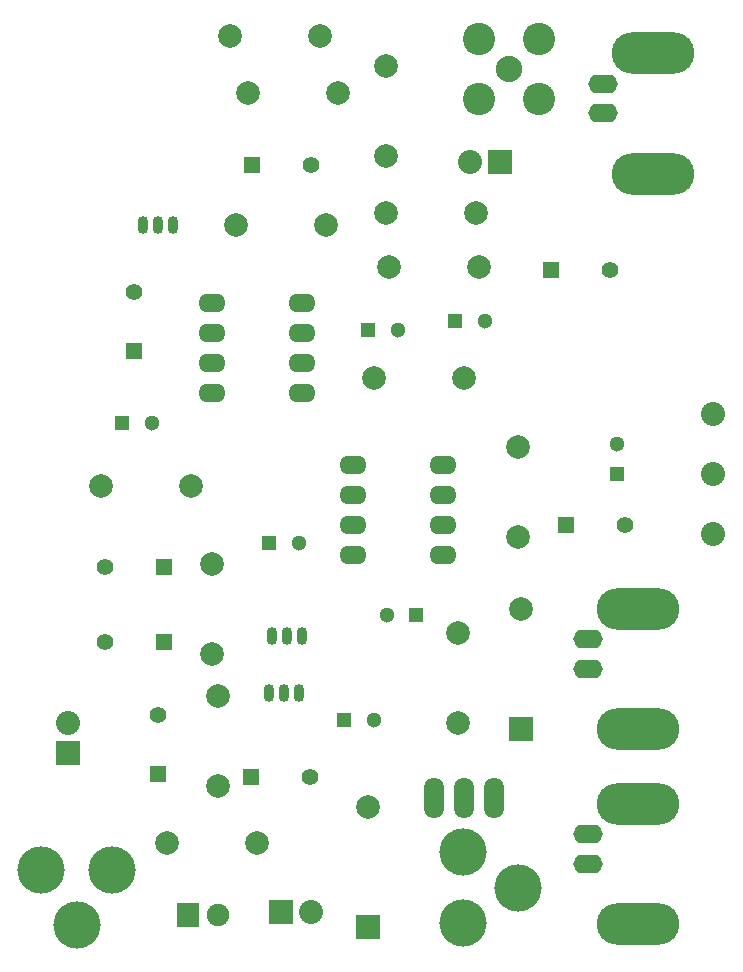
<source format=gtl>
%TF.GenerationSoftware,KiCad,Pcbnew,4.0.4+e1-6308~48~ubuntu16.04.1-stable*%
%TF.CreationDate,2016-12-09T15:38:50-08:00*%
%TF.ProjectId,e202var-vlf-radio-receiver,653230327661722D766C662D72616469,v1.2*%
%TF.FileFunction,Copper,L1,Top,Signal*%
%FSLAX46Y46*%
G04 Gerber Fmt 4.6, Leading zero omitted, Abs format (unit mm)*
G04 Created by KiCad (PCBNEW 4.0.4+e1-6308~48~ubuntu16.04.1-stable) date Fri Dec  9 15:38:50 2016*
%MOMM*%
%LPD*%
G01*
G04 APERTURE LIST*
%ADD10C,0.350000*%
%ADD11O,7.000240X3.500120*%
%ADD12O,2.499360X1.600200*%
%ADD13R,1.400000X1.400000*%
%ADD14C,1.400000*%
%ADD15R,1.300000X1.300000*%
%ADD16C,1.300000*%
%ADD17C,1.998980*%
%ADD18R,1.998980X1.998980*%
%ADD19R,1.900000X2.000000*%
%ADD20C,1.900000*%
%ADD21C,4.000000*%
%ADD22R,2.032000X2.032000*%
%ADD23O,2.032000X2.032000*%
%ADD24O,0.899160X1.501140*%
%ADD25C,2.032000*%
%ADD26C,2.740000*%
%ADD27C,2.240000*%
%ADD28O,1.699260X3.500120*%
%ADD29O,2.300000X1.600000*%
%ADD30C,0.350000*%
G04 APERTURE END LIST*
D10*
D11*
X105410000Y-105410000D03*
X105410000Y-115608100D03*
D12*
X101145340Y-110507780D03*
X101145340Y-108008420D03*
D11*
X106680000Y-41871900D03*
X106680000Y-52070000D03*
D12*
X102415340Y-46969680D03*
X102415340Y-44470320D03*
D11*
X105410000Y-88882220D03*
X105410000Y-99080320D03*
D12*
X101145340Y-93980000D03*
X101145340Y-91480640D03*
D13*
X65278000Y-91694000D03*
D14*
X60278000Y-91694000D03*
D13*
X72724000Y-51308000D03*
D14*
X77724000Y-51308000D03*
D13*
X62738000Y-67056000D03*
D14*
X62738000Y-62056000D03*
D15*
X74168000Y-83312000D03*
D16*
X76668000Y-83312000D03*
D15*
X86614000Y-89408000D03*
D16*
X84114000Y-89408000D03*
D15*
X103632000Y-77470000D03*
D16*
X103632000Y-74970000D03*
D13*
X99314000Y-81788000D03*
D14*
X104314000Y-81788000D03*
D15*
X61722000Y-73152000D03*
D16*
X64222000Y-73152000D03*
D13*
X98044000Y-60198000D03*
D14*
X103044000Y-60198000D03*
D15*
X89916000Y-64516000D03*
D16*
X92416000Y-64516000D03*
D13*
X72644000Y-103124000D03*
D14*
X77644000Y-103124000D03*
D15*
X80518000Y-98298000D03*
D16*
X83018000Y-98298000D03*
D13*
X65278000Y-85344000D03*
D14*
X60278000Y-85344000D03*
D15*
X82550000Y-65278000D03*
D16*
X85050000Y-65278000D03*
D13*
X64770000Y-102870000D03*
D14*
X64770000Y-97870000D03*
D17*
X82550000Y-105664000D03*
D18*
X82550000Y-115824000D03*
D17*
X95504000Y-88900000D03*
D18*
X95504000Y-99060000D03*
D19*
X67310000Y-114808000D03*
D20*
X69850000Y-114808000D03*
D21*
X60863480Y-110998000D03*
X54864000Y-110998000D03*
X57863740Y-115697000D03*
D22*
X75184000Y-114554000D03*
D23*
X77724000Y-114554000D03*
D21*
X90551000Y-109522260D03*
X90551000Y-115521740D03*
X95250000Y-112522000D03*
D22*
X57150000Y-101092000D03*
D23*
X57150000Y-98552000D03*
D22*
X93726000Y-51054000D03*
D23*
X91186000Y-51054000D03*
D24*
X75438000Y-96012000D03*
X76708000Y-96012000D03*
X74168000Y-96012000D03*
X64770000Y-56388000D03*
X66040000Y-56388000D03*
X63500000Y-56388000D03*
D17*
X78994000Y-56388000D03*
X71374000Y-56388000D03*
X70866000Y-40386000D03*
X78486000Y-40386000D03*
X83058000Y-69342000D03*
X90678000Y-69342000D03*
X69342000Y-85090000D03*
X69342000Y-92710000D03*
X80010000Y-45212000D03*
X72390000Y-45212000D03*
X84074000Y-50546000D03*
X84074000Y-42926000D03*
X84328000Y-59944000D03*
X91948000Y-59944000D03*
X95250000Y-82804000D03*
X95250000Y-75184000D03*
X91694000Y-55372000D03*
X84074000Y-55372000D03*
D25*
X111760000Y-72390000D03*
X111760000Y-77470000D03*
X111760000Y-82550000D03*
D17*
X90170000Y-98552000D03*
X90170000Y-90932000D03*
X73152000Y-108712000D03*
X65532000Y-108712000D03*
X69850000Y-103886000D03*
X69850000Y-96266000D03*
X67564000Y-78486000D03*
X59944000Y-78486000D03*
D26*
X91948000Y-45720000D03*
X97028000Y-45720000D03*
X97028000Y-40640000D03*
X91948000Y-40640000D03*
D27*
X94488000Y-43180000D03*
D28*
X90678000Y-104902000D03*
X88138000Y-104902000D03*
X93218000Y-104902000D03*
D24*
X75692000Y-91186000D03*
X76962000Y-91186000D03*
X74422000Y-91186000D03*
D29*
X69342000Y-62992000D03*
X69342000Y-65532000D03*
X69342000Y-68072000D03*
X69342000Y-70612000D03*
X76962000Y-70612000D03*
X76962000Y-68072000D03*
X76962000Y-65532000D03*
X76962000Y-62992000D03*
X81280000Y-76708000D03*
X81280000Y-79248000D03*
X81280000Y-81788000D03*
X81280000Y-84328000D03*
X88900000Y-84328000D03*
X88900000Y-81788000D03*
X88900000Y-79248000D03*
X88900000Y-76708000D03*
D30*
X105410000Y-105410000D03*
X105410000Y-115608100D03*
X101145340Y-110507780D03*
X101145340Y-108008420D03*
X106680000Y-41871900D03*
X106680000Y-52070000D03*
X102415340Y-46969680D03*
X102415340Y-44470320D03*
X105410000Y-88882220D03*
X105410000Y-99080320D03*
X101145340Y-93980000D03*
X101145340Y-91480640D03*
X65278000Y-91694000D03*
X60278000Y-91694000D03*
X72724000Y-51308000D03*
X77724000Y-51308000D03*
X62738000Y-67056000D03*
X62738000Y-62056000D03*
X74168000Y-83312000D03*
X76668000Y-83312000D03*
X86614000Y-89408000D03*
X84114000Y-89408000D03*
X103632000Y-77470000D03*
X103632000Y-74970000D03*
X99314000Y-81788000D03*
X104314000Y-81788000D03*
X61722000Y-73152000D03*
X64222000Y-73152000D03*
X98044000Y-60198000D03*
X103044000Y-60198000D03*
X89916000Y-64516000D03*
X92416000Y-64516000D03*
X72644000Y-103124000D03*
X77644000Y-103124000D03*
X80518000Y-98298000D03*
X83018000Y-98298000D03*
X65278000Y-85344000D03*
X60278000Y-85344000D03*
X82550000Y-65278000D03*
X85050000Y-65278000D03*
X64770000Y-102870000D03*
X64770000Y-97870000D03*
X82550000Y-105664000D03*
X82550000Y-115824000D03*
X95504000Y-88900000D03*
X95504000Y-99060000D03*
X67310000Y-114808000D03*
X69850000Y-114808000D03*
X60863480Y-110998000D03*
X54864000Y-110998000D03*
X57863740Y-115697000D03*
X75184000Y-114554000D03*
X77724000Y-114554000D03*
X90551000Y-109522260D03*
X90551000Y-115521740D03*
X95250000Y-112522000D03*
X57150000Y-101092000D03*
X57150000Y-98552000D03*
X93726000Y-51054000D03*
X91186000Y-51054000D03*
X75438000Y-96012000D03*
X76708000Y-96012000D03*
X74168000Y-96012000D03*
X64770000Y-56388000D03*
X66040000Y-56388000D03*
X63500000Y-56388000D03*
X78994000Y-56388000D03*
X71374000Y-56388000D03*
X70866000Y-40386000D03*
X78486000Y-40386000D03*
X83058000Y-69342000D03*
X90678000Y-69342000D03*
X69342000Y-85090000D03*
X69342000Y-92710000D03*
X80010000Y-45212000D03*
X72390000Y-45212000D03*
X84074000Y-50546000D03*
X84074000Y-42926000D03*
X84328000Y-59944000D03*
X91948000Y-59944000D03*
X95250000Y-82804000D03*
X95250000Y-75184000D03*
X91694000Y-55372000D03*
X84074000Y-55372000D03*
X111760000Y-72390000D03*
X111760000Y-77470000D03*
X111760000Y-82550000D03*
X90170000Y-98552000D03*
X90170000Y-90932000D03*
X73152000Y-108712000D03*
X65532000Y-108712000D03*
X69850000Y-103886000D03*
X69850000Y-96266000D03*
X67564000Y-78486000D03*
X59944000Y-78486000D03*
X91948000Y-45720000D03*
X97028000Y-45720000D03*
X97028000Y-40640000D03*
X91948000Y-40640000D03*
X94488000Y-43180000D03*
X90678000Y-104902000D03*
X88138000Y-104902000D03*
X93218000Y-104902000D03*
X75692000Y-91186000D03*
X76962000Y-91186000D03*
X74422000Y-91186000D03*
X69342000Y-62992000D03*
X69342000Y-65532000D03*
X69342000Y-68072000D03*
X69342000Y-70612000D03*
X76962000Y-70612000D03*
X76962000Y-68072000D03*
X76962000Y-65532000D03*
X76962000Y-62992000D03*
X81280000Y-76708000D03*
X81280000Y-79248000D03*
X81280000Y-81788000D03*
X81280000Y-84328000D03*
X88900000Y-84328000D03*
X88900000Y-81788000D03*
X88900000Y-79248000D03*
X88900000Y-76708000D03*
M02*

</source>
